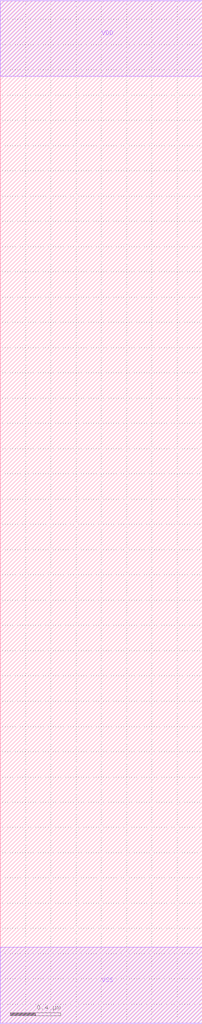
<source format=lef>
# Copyright 2022 Google LLC
# Licensed under the Apache License, Version 2.0 (the "License");
# you may not use this file except in compliance with the License.
# You may obtain a copy of the License at
#
#      http://www.apache.org/licenses/LICENSE-2.0
#
# Unless required by applicable law or agreed to in writing, software
# distributed under the License is distributed on an "AS IS" BASIS,
# WITHOUT WARRANTIES OR CONDITIONS OF ANY KIND, either express or implied.
# See the License for the specific language governing permissions and
# limitations under the License.
VERSION 5.7 ;
BUSBITCHARS "[]" ;
DIVIDERCHAR "/" ;

MACRO gf180mcu_osu_sc_12T_fill_16
  CLASS CORE ;
  ORIGIN 0 0.15 ;
  FOREIGN gf180mcu_osu_sc_12T_fill_16 0 -0.15 ;
  SIZE 1.6 BY 8.1 ;
  SYMMETRY X Y ;
  SITE GF018hv5v_mcu_sc7 ;
  PIN VDD
    DIRECTION INOUT ;
    USE POWER ;
    SHAPE ABUTMENT ;
    PORT
      LAYER MET1 ;
        RECT 0 7.35 1.6 7.95 ;
    END
  END VDD
  PIN VSS
    DIRECTION INOUT ;
    USE GROUND ;
    PORT
      LAYER MET1 ;
        RECT 0 -0.15 1.6 0.45 ;
    END
  END VSS
END gf180mcu_osu_sc_12T_fill_16

</source>
